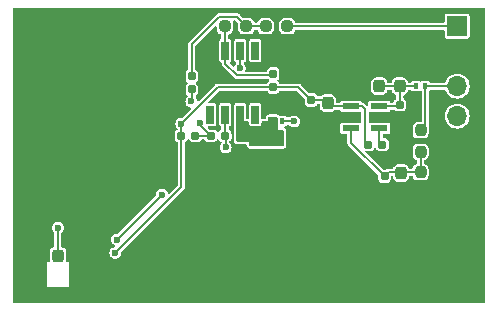
<source format=gbr>
%TF.GenerationSoftware,KiCad,Pcbnew,7.0.10*%
%TF.CreationDate,2024-02-25T20:31:22-06:00*%
%TF.ProjectId,IFBoard,4946426f-6172-4642-9e6b-696361645f70,rev?*%
%TF.SameCoordinates,Original*%
%TF.FileFunction,Copper,L1,Top*%
%TF.FilePolarity,Positive*%
%FSLAX46Y46*%
G04 Gerber Fmt 4.6, Leading zero omitted, Abs format (unit mm)*
G04 Created by KiCad (PCBNEW 7.0.10) date 2024-02-25 20:31:22*
%MOMM*%
%LPD*%
G01*
G04 APERTURE LIST*
G04 Aperture macros list*
%AMRoundRect*
0 Rectangle with rounded corners*
0 $1 Rounding radius*
0 $2 $3 $4 $5 $6 $7 $8 $9 X,Y pos of 4 corners*
0 Add a 4 corners polygon primitive as box body*
4,1,4,$2,$3,$4,$5,$6,$7,$8,$9,$2,$3,0*
0 Add four circle primitives for the rounded corners*
1,1,$1+$1,$2,$3*
1,1,$1+$1,$4,$5*
1,1,$1+$1,$6,$7*
1,1,$1+$1,$8,$9*
0 Add four rect primitives between the rounded corners*
20,1,$1+$1,$2,$3,$4,$5,0*
20,1,$1+$1,$4,$5,$6,$7,0*
20,1,$1+$1,$6,$7,$8,$9,0*
20,1,$1+$1,$8,$9,$2,$3,0*%
G04 Aperture macros list end*
%TA.AperFunction,SMDPad,CuDef*%
%ADD10R,0.400000X0.500000*%
%TD*%
%TA.AperFunction,SMDPad,CuDef*%
%ADD11R,1.473200X0.558800*%
%TD*%
%TA.AperFunction,SMDPad,CuDef*%
%ADD12RoundRect,0.237500X-0.237500X0.300000X-0.237500X-0.300000X0.237500X-0.300000X0.237500X0.300000X0*%
%TD*%
%TA.AperFunction,SMDPad,CuDef*%
%ADD13RoundRect,0.155000X-0.155000X0.212500X-0.155000X-0.212500X0.155000X-0.212500X0.155000X0.212500X0*%
%TD*%
%TA.AperFunction,SMDPad,CuDef*%
%ADD14RoundRect,0.237500X0.250000X0.237500X-0.250000X0.237500X-0.250000X-0.237500X0.250000X-0.237500X0*%
%TD*%
%TA.AperFunction,SMDPad,CuDef*%
%ADD15RoundRect,0.160000X0.197500X0.160000X-0.197500X0.160000X-0.197500X-0.160000X0.197500X-0.160000X0*%
%TD*%
%TA.AperFunction,SMDPad,CuDef*%
%ADD16RoundRect,0.237500X-0.237500X0.250000X-0.237500X-0.250000X0.237500X-0.250000X0.237500X0.250000X0*%
%TD*%
%TA.AperFunction,ComponentPad*%
%ADD17R,1.700000X1.700000*%
%TD*%
%TA.AperFunction,ComponentPad*%
%ADD18O,1.700000X1.700000*%
%TD*%
%TA.AperFunction,SMDPad,CuDef*%
%ADD19RoundRect,0.237500X0.237500X-0.300000X0.237500X0.300000X-0.237500X0.300000X-0.237500X-0.300000X0*%
%TD*%
%TA.AperFunction,SMDPad,CuDef*%
%ADD20RoundRect,0.250000X-0.250000X0.275000X-0.250000X-0.275000X0.250000X-0.275000X0.250000X0.275000X0*%
%TD*%
%TA.AperFunction,SMDPad,CuDef*%
%ADD21RoundRect,0.250000X-0.275000X0.850000X-0.275000X-0.850000X0.275000X-0.850000X0.275000X0.850000X0*%
%TD*%
%TA.AperFunction,SMDPad,CuDef*%
%ADD22R,0.650000X1.526000*%
%TD*%
%TA.AperFunction,ViaPad*%
%ADD23C,0.800000*%
%TD*%
%TA.AperFunction,ViaPad*%
%ADD24C,0.600000*%
%TD*%
%TA.AperFunction,Conductor*%
%ADD25C,0.200000*%
%TD*%
G04 APERTURE END LIST*
D10*
%TO.P,FB1,1,1*%
%TO.N,Net-(IC1-+VS)*%
X134100000Y-110400000D03*
%TO.P,FB1,2,2*%
%TO.N,+3V3*%
X134900000Y-110400000D03*
%TD*%
D11*
%TO.P,IC1,1,VOUT*%
%TO.N,/VREF*%
X128606200Y-112110200D03*
%TO.P,IC1,2,-VS*%
%TO.N,GND*%
X128606200Y-113050000D03*
%TO.P,IC1,3,+IN*%
%TO.N,Net-(IC1-+IN)*%
X128606200Y-113989800D03*
%TO.P,IC1,4,-IN*%
%TO.N,Net-(IC1--IN)*%
X130993800Y-113989800D03*
%TO.P,IC1,5,+VS*%
%TO.N,Net-(IC1-+VS)*%
X130993800Y-112110200D03*
%TD*%
D12*
%TO.P,C10,1*%
%TO.N,Net-(IC2-V+)*%
X120595000Y-114794500D03*
%TO.P,C10,2*%
%TO.N,GND*%
X120595000Y-116519500D03*
%TD*%
D13*
%TO.P,C14,1*%
%TO.N,Net-(IC2-+IN)*%
X122030000Y-109356500D03*
%TO.P,C14,2*%
%TO.N,/VREF*%
X122030000Y-110491500D03*
%TD*%
D14*
%TO.P,R5,1*%
%TO.N,Net-(C15-Pad1)*%
X119760000Y-105324000D03*
%TO.P,R5,2*%
%TO.N,Net-(IC2-+IN)*%
X117935000Y-105324000D03*
%TD*%
D13*
%TO.P,C5,1*%
%TO.N,Net-(IC1-+VS)*%
X132750000Y-111982500D03*
%TO.P,C5,2*%
%TO.N,GND*%
X132750000Y-113117500D03*
%TD*%
%TO.P,C7,1*%
%TO.N,/VREF*%
X125250000Y-111582500D03*
%TO.P,C7,2*%
%TO.N,GND*%
X125250000Y-112717500D03*
%TD*%
D15*
%TO.P,R3,1*%
%TO.N,Net-(IC1--IN)*%
X131247500Y-115350000D03*
%TO.P,R3,2*%
%TO.N,/VREF*%
X130052500Y-115350000D03*
%TD*%
%TO.P,R7,1*%
%TO.N,Net-(IC2--IN)*%
X115442500Y-114612000D03*
%TO.P,R7,2*%
%TO.N,/VREF*%
X114247500Y-114612000D03*
%TD*%
D16*
%TO.P,R1,1*%
%TO.N,Net-(IC1-+IN)*%
X134500000Y-117687500D03*
%TO.P,R1,2*%
%TO.N,GND*%
X134500000Y-119512500D03*
%TD*%
D13*
%TO.P,C15,1*%
%TO.N,Net-(C15-Pad1)*%
X115130000Y-109556500D03*
%TO.P,C15,2*%
%TO.N,/LPF1OUT*%
X115130000Y-110691500D03*
%TD*%
D17*
%TO.P,J1,1,Pin_1*%
%TO.N,/IF_IN*%
X137600000Y-105325000D03*
D18*
%TO.P,J1,2,Pin_2*%
%TO.N,GND*%
X137600000Y-107865000D03*
%TO.P,J1,3,Pin_3*%
%TO.N,+3V3*%
X137600000Y-110405000D03*
%TO.P,J1,4,Pin_4*%
%TO.N,unconnected-(J1-Pin_4-Pad4)*%
X137600000Y-112945000D03*
%TO.P,J1,5,Pin_5*%
%TO.N,GND*%
X137600000Y-115485000D03*
%TD*%
D13*
%TO.P,C2,1*%
%TO.N,Net-(IC1-+IN)*%
X131450000Y-118056786D03*
%TO.P,C2,2*%
%TO.N,GND*%
X131450000Y-119191786D03*
%TD*%
D12*
%TO.P,C9,1*%
%TO.N,Net-(IC2-V+)*%
X122295000Y-114799500D03*
%TO.P,C9,2*%
%TO.N,GND*%
X122295000Y-116524500D03*
%TD*%
D16*
%TO.P,R2,1*%
%TO.N,+3V3*%
X134500000Y-114137500D03*
%TO.P,R2,2*%
%TO.N,Net-(IC1-+IN)*%
X134500000Y-115962500D03*
%TD*%
D19*
%TO.P,C3,1*%
%TO.N,Net-(IC1-+VS)*%
X132750000Y-110412500D03*
%TO.P,C3,2*%
%TO.N,GND*%
X132750000Y-108687500D03*
%TD*%
%TO.P,C4,1*%
%TO.N,Net-(IC1-+VS)*%
X131000000Y-110412500D03*
%TO.P,C4,2*%
%TO.N,GND*%
X131000000Y-108687500D03*
%TD*%
D20*
%TO.P,J2,1,In*%
%TO.N,/IF_FILT_OUT*%
X103800000Y-124750000D03*
D21*
%TO.P,J2,2,Ext*%
%TO.N,GND*%
X105275000Y-126275000D03*
X102325000Y-126275000D03*
%TD*%
D15*
%TO.P,R6,1*%
%TO.N,/LPF1OUT*%
X117942500Y-114612000D03*
%TO.P,R6,2*%
%TO.N,Net-(IC2--IN)*%
X116747500Y-114612000D03*
%TD*%
D13*
%TO.P,C8,1*%
%TO.N,Net-(IC2-V+)*%
X119245000Y-114539500D03*
%TO.P,C8,2*%
%TO.N,GND*%
X119245000Y-115674500D03*
%TD*%
D14*
%TO.P,R4,1*%
%TO.N,/IF_IN*%
X123210000Y-105324000D03*
%TO.P,R4,2*%
%TO.N,Net-(C15-Pad1)*%
X121385000Y-105324000D03*
%TD*%
D22*
%TO.P,IC2,1,NC_1*%
%TO.N,unconnected-(IC2-NC_1-Pad1)*%
X120500000Y-107400000D03*
%TO.P,IC2,2,-IN*%
%TO.N,Net-(IC2--IN)*%
X119230000Y-107400000D03*
%TO.P,IC2,3,+IN*%
%TO.N,Net-(IC2-+IN)*%
X117960000Y-107400000D03*
%TO.P,IC2,4,V-*%
%TO.N,GND*%
X116690000Y-107400000D03*
%TO.P,IC2,5,NC_2*%
%TO.N,unconnected-(IC2-NC_2-Pad5)*%
X116690000Y-112824000D03*
%TO.P,IC2,6,OUT*%
%TO.N,/LPF1OUT*%
X117960000Y-112824000D03*
%TO.P,IC2,7,V+*%
%TO.N,Net-(IC2-V+)*%
X119230000Y-112824000D03*
%TO.P,IC2,8,NC_3*%
%TO.N,unconnected-(IC2-NC_3-Pad8)*%
X120500000Y-112824000D03*
%TD*%
D12*
%TO.P,C1,1*%
%TO.N,Net-(IC1-+IN)*%
X132850000Y-117761786D03*
%TO.P,C1,2*%
%TO.N,GND*%
X132850000Y-119486786D03*
%TD*%
D10*
%TO.P,FB2,1,1*%
%TO.N,Net-(IC2-V+)*%
X121995000Y-113362000D03*
%TO.P,FB2,2,2*%
%TO.N,+3V3*%
X122795000Y-113362000D03*
%TD*%
D12*
%TO.P,C6,1*%
%TO.N,/VREF*%
X126650000Y-111837500D03*
%TO.P,C6,2*%
%TO.N,GND*%
X126650000Y-113562500D03*
%TD*%
D23*
%TO.N,GND*%
X127400000Y-126800000D03*
D24*
X104000000Y-106000000D03*
X128400000Y-119800000D03*
D23*
X123400000Y-125800000D03*
D24*
X134000000Y-126000000D03*
X102000000Y-110000000D03*
X124400000Y-125800000D03*
D23*
X125400000Y-123800000D03*
D24*
X124400000Y-119800000D03*
D23*
X128400000Y-120800000D03*
D24*
X104000000Y-108000000D03*
D23*
X127400000Y-123800000D03*
D24*
X138000000Y-124000000D03*
X102000000Y-106000000D03*
X116600000Y-109100000D03*
D23*
X125400000Y-121800000D03*
X128400000Y-118800000D03*
D24*
X104000000Y-110000000D03*
X111000000Y-114000000D03*
X132000000Y-122000000D03*
X127400000Y-125800000D03*
D23*
X129400000Y-124800000D03*
X126400000Y-126800000D03*
D24*
X121000000Y-122000000D03*
D23*
X124400000Y-118800000D03*
X127400000Y-122800000D03*
D24*
X109000000Y-116000000D03*
X106000000Y-108000000D03*
X108000000Y-108000000D03*
X108000000Y-110000000D03*
X113000000Y-110000000D03*
D23*
X123400000Y-120800000D03*
X124400000Y-124800000D03*
D24*
X121000000Y-120000000D03*
X125400000Y-119800000D03*
X106000000Y-106000000D03*
X132000000Y-124000000D03*
X121000000Y-124000000D03*
X110000000Y-106000000D03*
X112000000Y-106000000D03*
X102000000Y-112000000D03*
X127400000Y-119800000D03*
X117000000Y-124000000D03*
D23*
X125400000Y-126800000D03*
D24*
X104000000Y-112000000D03*
X110000000Y-108000000D03*
D23*
X129400000Y-119800000D03*
D24*
X115000000Y-124000000D03*
X126400000Y-124800000D03*
X138000000Y-122000000D03*
X127400000Y-120800000D03*
D23*
X129400000Y-125800000D03*
D24*
X119000000Y-124000000D03*
X126400000Y-122800000D03*
D23*
X128400000Y-124800000D03*
X123400000Y-126800000D03*
D24*
X116600000Y-109900000D03*
X111000000Y-112000000D03*
X111000000Y-116000000D03*
X113000000Y-114000000D03*
D23*
X129400000Y-126800000D03*
X123400000Y-124800000D03*
X126400000Y-118800000D03*
D24*
X106000000Y-112000000D03*
X117500000Y-109100000D03*
X126400000Y-123800000D03*
D23*
X124400000Y-126800000D03*
D24*
X136000000Y-126000000D03*
D23*
X127400000Y-121800000D03*
D24*
X134000000Y-124000000D03*
X126400000Y-121800000D03*
X126400000Y-125800000D03*
X121000000Y-126000000D03*
X109000000Y-114000000D03*
D23*
X123400000Y-118800000D03*
D24*
X132000000Y-126000000D03*
D23*
X127400000Y-118800000D03*
X125400000Y-118800000D03*
D24*
X127400000Y-124800000D03*
X102200000Y-126200000D03*
X138000000Y-126000000D03*
X134000000Y-122000000D03*
X125400000Y-124800000D03*
X136000000Y-122000000D03*
D23*
X124400000Y-120800000D03*
D24*
X105400000Y-126200000D03*
X128400000Y-125800000D03*
X113000000Y-112000000D03*
D23*
X128400000Y-126800000D03*
D24*
X111000000Y-124000000D03*
D23*
X123400000Y-119800000D03*
D24*
X106000000Y-110000000D03*
X126400000Y-120800000D03*
X113000000Y-124000000D03*
X108000000Y-106000000D03*
D23*
X125400000Y-122800000D03*
X129400000Y-118800000D03*
D24*
X126400000Y-119800000D03*
X102000000Y-108000000D03*
X125400000Y-120800000D03*
D23*
X129400000Y-120800000D03*
D24*
X136000000Y-124000000D03*
X113000000Y-116000000D03*
X125400000Y-125800000D03*
%TO.N,/VREF*%
X108660000Y-124530000D03*
X114247500Y-113578500D03*
%TO.N,/LPF1OUT*%
X115100000Y-111700000D03*
X118000000Y-115600000D03*
%TO.N,/IF_FILT_OUT*%
X103800000Y-122400000D03*
%TO.N,+3V3*%
X123800000Y-113400000D03*
%TO.N,Net-(IC2--IN)*%
X119200000Y-108900000D03*
X115800000Y-113500000D03*
%TO.N,Net-(IC3--IN)*%
X112600000Y-119600000D03*
X108800000Y-123400000D03*
%TD*%
D25*
%TO.N,Net-(IC1-+IN)*%
X131819286Y-117687500D02*
X131450000Y-118056786D01*
X128606200Y-115212986D02*
X131450000Y-118056786D01*
X134500000Y-115962500D02*
X134500000Y-117687500D01*
X128606200Y-113989800D02*
X128606200Y-115212986D01*
X134500000Y-117687500D02*
X131819286Y-117687500D01*
%TO.N,Net-(IC1-+VS)*%
X131012500Y-110400000D02*
X131000000Y-110412500D01*
X130993800Y-112110200D02*
X132622300Y-112110200D01*
X134100000Y-110400000D02*
X131012500Y-110400000D01*
X132750000Y-110412500D02*
X132750000Y-111982500D01*
X132622300Y-112110200D02*
X132750000Y-111982500D01*
%TO.N,/VREF*%
X129800000Y-115097500D02*
X130052500Y-115350000D01*
X125250000Y-111582500D02*
X126395000Y-111582500D01*
X114247500Y-114612000D02*
X114247500Y-113578500D01*
X126912500Y-112100000D02*
X128596000Y-112100000D01*
X122030000Y-110491500D02*
X124159000Y-110491500D01*
X108660000Y-124530000D02*
X114247500Y-118942500D01*
X126395000Y-111582500D02*
X126650000Y-111837500D01*
X128596000Y-112100000D02*
X128606200Y-112110200D01*
X124159000Y-110491500D02*
X125250000Y-111582500D01*
X129800000Y-112367400D02*
X129800000Y-115097500D01*
X114247500Y-118942500D02*
X114247500Y-114612000D01*
X129542800Y-112110200D02*
X129800000Y-112367400D01*
X126650000Y-111837500D02*
X126912500Y-112100000D01*
X128606200Y-112110200D02*
X129542800Y-112110200D01*
X114247500Y-113578500D02*
X117334500Y-110491500D01*
X117334500Y-110491500D02*
X122030000Y-110491500D01*
%TO.N,Net-(IC2-+IN)*%
X118951471Y-109500000D02*
X117960000Y-108508529D01*
X122030000Y-109356500D02*
X121886500Y-109500000D01*
X117960000Y-108508529D02*
X117960000Y-107400000D01*
X117935000Y-107375000D02*
X117960000Y-107400000D01*
X117935000Y-105324000D02*
X117935000Y-107375000D01*
X121886500Y-109500000D02*
X118951471Y-109500000D01*
%TO.N,Net-(C15-Pad1)*%
X121385000Y-105324000D02*
X119760000Y-105324000D01*
X115130000Y-109556500D02*
X115130000Y-106874778D01*
X117455778Y-104549000D02*
X118985000Y-104549000D01*
X115130000Y-106874778D02*
X117455778Y-104549000D01*
X118985000Y-104549000D02*
X119760000Y-105324000D01*
%TO.N,/LPF1OUT*%
X118000000Y-114669500D02*
X117942500Y-114612000D01*
X115130000Y-111670000D02*
X115100000Y-111700000D01*
X117942500Y-112841500D02*
X117960000Y-112824000D01*
X118000000Y-115600000D02*
X118000000Y-114669500D01*
X115130000Y-110691500D02*
X115130000Y-111670000D01*
X117942500Y-114612000D02*
X117942500Y-112841500D01*
%TO.N,/IF_FILT_OUT*%
X103800000Y-122400000D02*
X103800000Y-124750000D01*
%TO.N,+3V3*%
X134900000Y-113737500D02*
X134900000Y-110400000D01*
X122795000Y-113362000D02*
X123762000Y-113362000D01*
X134500000Y-114137500D02*
X134900000Y-113737500D01*
X134905000Y-110405000D02*
X134900000Y-110400000D01*
X123762000Y-113362000D02*
X123800000Y-113400000D01*
X137600000Y-110405000D02*
X134905000Y-110405000D01*
%TO.N,Net-(IC1--IN)*%
X130993800Y-113989800D02*
X130993800Y-115096300D01*
X130993800Y-115096300D02*
X131247500Y-115350000D01*
%TO.N,Net-(IC2--IN)*%
X119230000Y-108870000D02*
X119200000Y-108900000D01*
X119230000Y-107400000D02*
X119230000Y-108870000D01*
X115800000Y-113500000D02*
X115800000Y-113664500D01*
X115800000Y-113664500D02*
X116747500Y-114612000D01*
X116747500Y-114612000D02*
X115442500Y-114612000D01*
X115500000Y-114554500D02*
X115442500Y-114612000D01*
%TO.N,Net-(IC3--IN)*%
X108800000Y-123400000D02*
X112600000Y-119600000D01*
%TO.N,/IF_IN*%
X123211000Y-105325000D02*
X123210000Y-105324000D01*
X137600000Y-105325000D02*
X123211000Y-105325000D01*
%TD*%
%TA.AperFunction,Conductor*%
%TO.N,Net-(IC2-V+)*%
G36*
X122362708Y-113020822D02*
G01*
X122393148Y-113073545D01*
X122394500Y-113089000D01*
X122394500Y-113631749D01*
X122398290Y-113650800D01*
X122400000Y-113668164D01*
X122400000Y-114100000D01*
X122811000Y-114100000D01*
X122868208Y-114120822D01*
X122898648Y-114173545D01*
X122900000Y-114189000D01*
X122900000Y-115411000D01*
X122879178Y-115468208D01*
X122826455Y-115498648D01*
X122811000Y-115500000D01*
X120089000Y-115500000D01*
X120031792Y-115479178D01*
X120001352Y-115426455D01*
X120000000Y-115411000D01*
X120000000Y-115100001D01*
X120000000Y-115100000D01*
X119999999Y-115100000D01*
X118989000Y-115100000D01*
X118931792Y-115079178D01*
X118901352Y-115026455D01*
X118900000Y-115011000D01*
X118900000Y-113489000D01*
X118920822Y-113431792D01*
X118973545Y-113401352D01*
X118989000Y-113400000D01*
X119885500Y-113400000D01*
X119942708Y-113420822D01*
X119973148Y-113473545D01*
X119974500Y-113489000D01*
X119974500Y-113606752D01*
X119986132Y-113665231D01*
X120030445Y-113731548D01*
X120030448Y-113731552D01*
X120030451Y-113731554D01*
X120096768Y-113775867D01*
X120153690Y-113787189D01*
X120155252Y-113787500D01*
X120155256Y-113787500D01*
X120844744Y-113787500D01*
X120844748Y-113787500D01*
X120903231Y-113775867D01*
X120969552Y-113731552D01*
X121013867Y-113665231D01*
X121025500Y-113606748D01*
X121025500Y-113489000D01*
X121046322Y-113431792D01*
X121099045Y-113401352D01*
X121114500Y-113400000D01*
X121599999Y-113400000D01*
X121600000Y-113400000D01*
X121600000Y-113089000D01*
X121620822Y-113031792D01*
X121673545Y-113001352D01*
X121689000Y-113000000D01*
X122305500Y-113000000D01*
X122362708Y-113020822D01*
G37*
%TD.AperFunction*%
%TD*%
%TA.AperFunction,Conductor*%
%TO.N,GND*%
G36*
X117209048Y-105324710D02*
G01*
X117243967Y-105374580D01*
X117247000Y-105397615D01*
X117247000Y-105614263D01*
X117249773Y-105643843D01*
X117249774Y-105643848D01*
X117249775Y-105643849D01*
X117293384Y-105768475D01*
X117371789Y-105874711D01*
X117478025Y-105953116D01*
X117574896Y-105987013D01*
X117622015Y-106025559D01*
X117634500Y-106071017D01*
X117634500Y-106359630D01*
X117613678Y-106416838D01*
X117562866Y-106446919D01*
X117556770Y-106448131D01*
X117556769Y-106448131D01*
X117490451Y-106492445D01*
X117490445Y-106492451D01*
X117446132Y-106558768D01*
X117434500Y-106617247D01*
X117434500Y-108182752D01*
X117446132Y-108241231D01*
X117490445Y-108307548D01*
X117490448Y-108307552D01*
X117490451Y-108307554D01*
X117556768Y-108351867D01*
X117577045Y-108355900D01*
X117587753Y-108358030D01*
X117639800Y-108389612D01*
X117659370Y-108447260D01*
X117657498Y-108458008D01*
X117658366Y-108458129D01*
X117657226Y-108466293D01*
X117659405Y-108513408D01*
X117659500Y-108517518D01*
X117659500Y-108536377D01*
X117659650Y-108537177D01*
X117661069Y-108549414D01*
X117662415Y-108578522D01*
X117662415Y-108578523D01*
X117666853Y-108588575D01*
X117672919Y-108608161D01*
X117674938Y-108618961D01*
X117690274Y-108643730D01*
X117696020Y-108654630D01*
X117707794Y-108681294D01*
X117707795Y-108681295D01*
X117715564Y-108689065D01*
X117728296Y-108705140D01*
X117734077Y-108714476D01*
X117734081Y-108714481D01*
X117757328Y-108732036D01*
X117766627Y-108740127D01*
X118694060Y-109667560D01*
X118701748Y-109678244D01*
X118702542Y-109677646D01*
X118707511Y-109684226D01*
X118742367Y-109716002D01*
X118745338Y-109718839D01*
X118758669Y-109732170D01*
X118758673Y-109732173D01*
X118758674Y-109732174D01*
X118759344Y-109732633D01*
X118768997Y-109740279D01*
X118790538Y-109759916D01*
X118800784Y-109763885D01*
X118818929Y-109773449D01*
X118826198Y-109778429D01*
X118827990Y-109779656D01*
X118827993Y-109779658D01*
X118856353Y-109786328D01*
X118868124Y-109789973D01*
X118895298Y-109800500D01*
X118906282Y-109800500D01*
X118926658Y-109802864D01*
X118929940Y-109803635D01*
X118937352Y-109805379D01*
X118937353Y-109805378D01*
X118937354Y-109805379D01*
X118966205Y-109801354D01*
X118978502Y-109800500D01*
X121566881Y-109800500D01*
X121624089Y-109821322D01*
X121629814Y-109826567D01*
X121664314Y-109861067D01*
X121690042Y-109916243D01*
X121674286Y-109975048D01*
X121664314Y-109986932D01*
X121581676Y-110069570D01*
X121568782Y-110095945D01*
X121546711Y-110141090D01*
X121502881Y-110183339D01*
X121466756Y-110191000D01*
X117398034Y-110191000D01*
X117385037Y-110188881D01*
X117384900Y-110189866D01*
X117376734Y-110188726D01*
X117329620Y-110190905D01*
X117325510Y-110191000D01*
X117306656Y-110191000D01*
X117306653Y-110191000D01*
X117306644Y-110191001D01*
X117305850Y-110191150D01*
X117293616Y-110192569D01*
X117264510Y-110193914D01*
X117264507Y-110193915D01*
X117254448Y-110198356D01*
X117234868Y-110204418D01*
X117224071Y-110206436D01*
X117215337Y-110211844D01*
X117199289Y-110221779D01*
X117188397Y-110227520D01*
X117161738Y-110239292D01*
X117161731Y-110239296D01*
X117153963Y-110247064D01*
X117137893Y-110259793D01*
X117128550Y-110265578D01*
X117128548Y-110265580D01*
X117110987Y-110288833D01*
X117102899Y-110298128D01*
X115743360Y-111657667D01*
X115688184Y-111683395D01*
X115629379Y-111667639D01*
X115594460Y-111617769D01*
X115592333Y-111607400D01*
X115585600Y-111560572D01*
X115585165Y-111557543D01*
X115545104Y-111469822D01*
X115525378Y-111426628D01*
X115525376Y-111426625D01*
X115452357Y-111342357D01*
X115430630Y-111285487D01*
X115450542Y-111227956D01*
X115480529Y-111204119D01*
X115494429Y-111197324D01*
X115578324Y-111113429D01*
X115630433Y-111006840D01*
X115640500Y-110937742D01*
X115640500Y-110445258D01*
X115630433Y-110376160D01*
X115578324Y-110269571D01*
X115495684Y-110186931D01*
X115469957Y-110131757D01*
X115485713Y-110072952D01*
X115495679Y-110061073D01*
X115578324Y-109978429D01*
X115630433Y-109871840D01*
X115640500Y-109802742D01*
X115640500Y-109310258D01*
X115630433Y-109241160D01*
X115578324Y-109134571D01*
X115494429Y-109050676D01*
X115480408Y-109043821D01*
X115438160Y-108999988D01*
X115430500Y-108963866D01*
X115430500Y-107036115D01*
X115451322Y-106978907D01*
X115456567Y-106973182D01*
X117095067Y-105334682D01*
X117150243Y-105308954D01*
X117209048Y-105324710D01*
G37*
%TD.AperFunction*%
%TA.AperFunction,Conductor*%
G36*
X139967708Y-103821322D02*
G01*
X139998148Y-103874045D01*
X139999500Y-103889500D01*
X139999500Y-128710500D01*
X139978678Y-128767708D01*
X139925955Y-128798148D01*
X139910500Y-128799500D01*
X100089500Y-128799500D01*
X100032292Y-128778678D01*
X100001852Y-128725955D01*
X100000500Y-128710500D01*
X100000500Y-127375000D01*
X102850000Y-127375000D01*
X102850001Y-127375000D01*
X104749999Y-127375000D01*
X104750000Y-127375000D01*
X104750000Y-125285000D01*
X104749999Y-125285000D01*
X104561739Y-125285000D01*
X104504531Y-125264178D01*
X104474091Y-125211455D01*
X104477732Y-125166607D01*
X104497646Y-125109699D01*
X104500500Y-125079266D01*
X104500500Y-124530000D01*
X108154353Y-124530000D01*
X108174834Y-124672456D01*
X108234621Y-124803371D01*
X108234623Y-124803374D01*
X108328871Y-124912142D01*
X108328872Y-124912143D01*
X108449947Y-124989953D01*
X108588039Y-125030500D01*
X108588042Y-125030500D01*
X108731958Y-125030500D01*
X108731961Y-125030500D01*
X108870053Y-124989953D01*
X108991128Y-124912143D01*
X109085377Y-124803373D01*
X109145165Y-124672457D01*
X109165647Y-124530000D01*
X109161845Y-124503562D01*
X109174312Y-124443975D01*
X109187002Y-124427967D01*
X114415059Y-119199910D01*
X114425749Y-119192226D01*
X114425146Y-119191428D01*
X114431729Y-119186457D01*
X114433978Y-119183989D01*
X114463523Y-119151579D01*
X114466319Y-119148650D01*
X114479674Y-119135297D01*
X114480129Y-119134632D01*
X114487785Y-119124966D01*
X114507415Y-119103434D01*
X114507414Y-119103434D01*
X114507416Y-119103433D01*
X114511386Y-119093184D01*
X114520950Y-119075039D01*
X114527156Y-119065981D01*
X114533825Y-119037622D01*
X114537468Y-119025854D01*
X114548000Y-118998673D01*
X114548000Y-118987688D01*
X114550364Y-118967311D01*
X114552879Y-118956619D01*
X114548853Y-118927757D01*
X114548000Y-118915462D01*
X114548000Y-115178476D01*
X114568822Y-115121268D01*
X114597909Y-115098520D01*
X114657375Y-115069449D01*
X114742449Y-114984375D01*
X114765042Y-114938159D01*
X114808873Y-114895909D01*
X114869608Y-114891717D01*
X114918828Y-114927546D01*
X114924955Y-114938157D01*
X114947549Y-114984372D01*
X114947550Y-114984373D01*
X114947551Y-114984375D01*
X115032625Y-115069449D01*
X115032626Y-115069449D01*
X115032627Y-115069450D01*
X115140714Y-115122291D01*
X115140718Y-115122292D01*
X115159422Y-115125016D01*
X115210785Y-115132500D01*
X115674214Y-115132499D01*
X115674215Y-115132498D01*
X115674225Y-115132498D01*
X115721447Y-115125618D01*
X115744286Y-115122291D01*
X115852375Y-115069449D01*
X115937449Y-114984375D01*
X115946521Y-114965819D01*
X115948188Y-114962410D01*
X115992021Y-114920161D01*
X116028144Y-114912500D01*
X116161856Y-114912500D01*
X116219064Y-114933322D01*
X116241812Y-114962410D01*
X116252549Y-114984372D01*
X116252550Y-114984373D01*
X116252551Y-114984375D01*
X116337625Y-115069449D01*
X116337626Y-115069449D01*
X116337627Y-115069450D01*
X116445714Y-115122291D01*
X116445718Y-115122292D01*
X116464422Y-115125016D01*
X116515785Y-115132500D01*
X116979214Y-115132499D01*
X116979215Y-115132498D01*
X116979225Y-115132498D01*
X117026447Y-115125618D01*
X117049286Y-115122291D01*
X117157375Y-115069449D01*
X117242449Y-114984375D01*
X117265042Y-114938159D01*
X117308873Y-114895909D01*
X117369608Y-114891717D01*
X117418828Y-114927546D01*
X117424955Y-114938157D01*
X117447549Y-114984372D01*
X117447550Y-114984373D01*
X117447551Y-114984375D01*
X117532625Y-115069449D01*
X117614730Y-115109588D01*
X117656979Y-115153419D01*
X117661170Y-115214154D01*
X117642903Y-115247826D01*
X117574621Y-115326629D01*
X117514834Y-115457543D01*
X117494353Y-115599999D01*
X117494353Y-115600000D01*
X117514834Y-115742456D01*
X117574621Y-115873371D01*
X117574623Y-115873374D01*
X117655972Y-115967256D01*
X117668872Y-115982143D01*
X117789947Y-116059953D01*
X117928039Y-116100500D01*
X117928042Y-116100500D01*
X118071958Y-116100500D01*
X118071961Y-116100500D01*
X118210053Y-116059953D01*
X118331128Y-115982143D01*
X118425377Y-115873373D01*
X118485165Y-115742457D01*
X118505647Y-115600000D01*
X118497626Y-115544215D01*
X118485165Y-115457543D01*
X118425378Y-115326628D01*
X118425375Y-115326625D01*
X118425112Y-115326322D01*
X118380209Y-115274500D01*
X118326960Y-115213046D01*
X118327996Y-115212147D01*
X118301617Y-115164730D01*
X118300500Y-115150672D01*
X118300500Y-115150365D01*
X118321322Y-115093157D01*
X118350415Y-115070406D01*
X118352375Y-115069449D01*
X118410816Y-115011008D01*
X118694500Y-115011008D01*
X118695281Y-115028908D01*
X118696632Y-115044355D01*
X118696635Y-115044367D01*
X118723383Y-115129206D01*
X118753823Y-115181929D01*
X118784680Y-115222665D01*
X118784684Y-115222668D01*
X118812804Y-115240830D01*
X118861507Y-115272285D01*
X118861510Y-115272286D01*
X118861512Y-115272287D01*
X118890891Y-115282980D01*
X118918715Y-115293107D01*
X118989000Y-115305500D01*
X119705500Y-115305500D01*
X119762708Y-115326322D01*
X119793148Y-115379045D01*
X119794500Y-115394500D01*
X119794500Y-115411009D01*
X119795281Y-115428908D01*
X119796632Y-115444355D01*
X119796635Y-115444367D01*
X119823383Y-115529206D01*
X119853823Y-115581929D01*
X119884680Y-115622665D01*
X119884684Y-115622668D01*
X119942089Y-115659744D01*
X119961507Y-115672285D01*
X120018715Y-115693107D01*
X120089000Y-115705500D01*
X120089002Y-115705500D01*
X122811008Y-115705500D01*
X122826919Y-115704804D01*
X122828909Y-115704718D01*
X122833409Y-115704324D01*
X122844355Y-115703367D01*
X122844356Y-115703366D01*
X122844364Y-115703366D01*
X122929206Y-115676616D01*
X122981929Y-115646176D01*
X123022666Y-115615319D01*
X123072285Y-115538493D01*
X123093107Y-115481285D01*
X123105500Y-115411000D01*
X123105500Y-114189000D01*
X123104718Y-114171091D01*
X123103366Y-114155636D01*
X123076616Y-114070794D01*
X123076616Y-114070793D01*
X123046176Y-114018070D01*
X123015319Y-113977334D01*
X123015315Y-113977331D01*
X123004609Y-113970416D01*
X122967851Y-113921887D01*
X122970886Y-113861083D01*
X123012296Y-113816456D01*
X123035533Y-113808365D01*
X123073231Y-113800867D01*
X123139552Y-113756552D01*
X123175968Y-113702053D01*
X123225064Y-113666055D01*
X123249968Y-113662500D01*
X123324557Y-113662500D01*
X123381765Y-113683322D01*
X123391816Y-113693215D01*
X123468872Y-113782143D01*
X123589947Y-113859953D01*
X123728039Y-113900500D01*
X123728042Y-113900500D01*
X123871958Y-113900500D01*
X123871961Y-113900500D01*
X124010053Y-113859953D01*
X124131128Y-113782143D01*
X124225377Y-113673373D01*
X124285165Y-113542457D01*
X124305647Y-113400000D01*
X124292006Y-113305127D01*
X124285165Y-113257543D01*
X124225378Y-113126628D01*
X124225376Y-113126625D01*
X124131128Y-113017857D01*
X124102564Y-112999500D01*
X124010053Y-112940047D01*
X124010051Y-112940046D01*
X124010049Y-112940045D01*
X123871962Y-112899500D01*
X123871961Y-112899500D01*
X123728039Y-112899500D01*
X123728037Y-112899500D01*
X123589950Y-112940045D01*
X123468870Y-113017858D01*
X123457670Y-113030784D01*
X123404470Y-113060382D01*
X123390410Y-113061500D01*
X123249968Y-113061500D01*
X123192760Y-113040678D01*
X123175968Y-113021947D01*
X123139554Y-112967451D01*
X123139552Y-112967448D01*
X123139548Y-112967445D01*
X123073231Y-112923132D01*
X123014752Y-112911500D01*
X123014748Y-112911500D01*
X122579934Y-112911500D01*
X122522726Y-112890678D01*
X122511623Y-112879008D01*
X122509820Y-112877336D01*
X122509819Y-112877334D01*
X122509816Y-112877332D01*
X122509815Y-112877331D01*
X122433000Y-112827719D01*
X122432987Y-112827712D01*
X122375795Y-112806896D01*
X122375785Y-112806893D01*
X122305503Y-112794500D01*
X122305500Y-112794500D01*
X121689000Y-112794500D01*
X121688992Y-112794500D01*
X121671091Y-112795281D01*
X121655644Y-112796632D01*
X121655632Y-112796635D01*
X121570793Y-112823383D01*
X121518070Y-112853823D01*
X121477334Y-112884680D01*
X121477331Y-112884684D01*
X121427719Y-112961499D01*
X121427712Y-112961512D01*
X121406896Y-113018704D01*
X121406893Y-113018714D01*
X121394500Y-113088996D01*
X121394500Y-113105500D01*
X121373678Y-113162708D01*
X121320955Y-113193148D01*
X121305500Y-113194500D01*
X121114500Y-113194500D01*
X121057292Y-113173678D01*
X121026852Y-113120955D01*
X121025500Y-113105500D01*
X121025500Y-112041255D01*
X121025499Y-112041247D01*
X121013867Y-111982768D01*
X120969554Y-111916451D01*
X120969552Y-111916448D01*
X120969548Y-111916445D01*
X120903231Y-111872132D01*
X120844752Y-111860500D01*
X120844748Y-111860500D01*
X120155252Y-111860500D01*
X120155247Y-111860500D01*
X120096768Y-111872132D01*
X120030451Y-111916445D01*
X120030445Y-111916451D01*
X119986132Y-111982768D01*
X119974500Y-112041247D01*
X119974500Y-113105500D01*
X119953678Y-113162708D01*
X119900955Y-113193148D01*
X119885500Y-113194500D01*
X119844500Y-113194500D01*
X119787292Y-113173678D01*
X119756852Y-113120955D01*
X119755500Y-113105500D01*
X119755500Y-112041255D01*
X119755499Y-112041247D01*
X119743867Y-111982768D01*
X119699554Y-111916451D01*
X119699552Y-111916448D01*
X119699548Y-111916445D01*
X119633231Y-111872132D01*
X119574752Y-111860500D01*
X119574748Y-111860500D01*
X118885252Y-111860500D01*
X118885247Y-111860500D01*
X118826768Y-111872132D01*
X118760451Y-111916445D01*
X118760445Y-111916451D01*
X118716132Y-111982768D01*
X118704500Y-112041247D01*
X118704500Y-113424499D01*
X118703148Y-113439954D01*
X118694500Y-113488996D01*
X118694500Y-115011008D01*
X118410816Y-115011008D01*
X118437449Y-114984375D01*
X118490291Y-114876286D01*
X118500500Y-114806215D01*
X118500499Y-114417786D01*
X118500499Y-114417785D01*
X118500498Y-114417774D01*
X118491954Y-114359133D01*
X118490291Y-114347714D01*
X118437449Y-114239625D01*
X118352375Y-114154551D01*
X118352373Y-114154550D01*
X118352372Y-114154549D01*
X118292910Y-114125479D01*
X118250661Y-114081647D01*
X118243000Y-114045523D01*
X118243000Y-113872823D01*
X118263822Y-113815615D01*
X118314637Y-113785533D01*
X118363231Y-113775867D01*
X118366966Y-113773371D01*
X118429552Y-113731552D01*
X118473867Y-113665231D01*
X118485500Y-113606748D01*
X118485500Y-112041252D01*
X118485189Y-112039690D01*
X118473867Y-111982768D01*
X118429554Y-111916451D01*
X118429552Y-111916448D01*
X118429548Y-111916445D01*
X118363231Y-111872132D01*
X118304752Y-111860500D01*
X118304748Y-111860500D01*
X117615252Y-111860500D01*
X117615247Y-111860500D01*
X117556768Y-111872132D01*
X117490451Y-111916445D01*
X117490445Y-111916451D01*
X117446132Y-111982768D01*
X117434500Y-112041247D01*
X117434500Y-113606752D01*
X117446132Y-113665231D01*
X117484571Y-113722757D01*
X117490448Y-113731552D01*
X117490451Y-113731554D01*
X117556768Y-113775867D01*
X117570362Y-113778571D01*
X117622409Y-113810153D01*
X117642000Y-113865861D01*
X117642000Y-114045523D01*
X117621178Y-114102731D01*
X117592090Y-114125479D01*
X117532627Y-114154549D01*
X117447547Y-114239629D01*
X117424956Y-114285841D01*
X117381124Y-114328091D01*
X117320389Y-114332281D01*
X117271170Y-114296452D01*
X117265044Y-114285841D01*
X117242452Y-114239629D01*
X117242449Y-114239626D01*
X117242449Y-114239625D01*
X117157375Y-114154551D01*
X117157373Y-114154550D01*
X117157372Y-114154549D01*
X117049285Y-114101708D01*
X117049281Y-114101707D01*
X116979218Y-114091500D01*
X116979215Y-114091500D01*
X116688837Y-114091500D01*
X116631629Y-114070678D01*
X116625905Y-114065433D01*
X116574239Y-114013767D01*
X116499903Y-113939432D01*
X116474175Y-113884257D01*
X116489931Y-113825452D01*
X116539801Y-113790533D01*
X116562836Y-113787500D01*
X117034744Y-113787500D01*
X117034748Y-113787500D01*
X117093231Y-113775867D01*
X117159552Y-113731552D01*
X117203867Y-113665231D01*
X117215500Y-113606748D01*
X117215500Y-112041252D01*
X117215189Y-112039690D01*
X117203867Y-111982768D01*
X117159554Y-111916451D01*
X117159552Y-111916448D01*
X117159548Y-111916445D01*
X117093231Y-111872132D01*
X117034752Y-111860500D01*
X117034748Y-111860500D01*
X116605337Y-111860500D01*
X116548129Y-111839678D01*
X116517689Y-111786955D01*
X116528261Y-111727000D01*
X116542404Y-111708567D01*
X117432904Y-110818067D01*
X117488080Y-110792339D01*
X117495837Y-110792000D01*
X121466756Y-110792000D01*
X121523964Y-110812822D01*
X121546711Y-110841909D01*
X121581676Y-110913429D01*
X121665571Y-110997324D01*
X121772160Y-111049433D01*
X121772164Y-111049433D01*
X121772165Y-111049434D01*
X121819372Y-111056311D01*
X121841258Y-111059500D01*
X121841265Y-111059500D01*
X122218735Y-111059500D01*
X122218742Y-111059500D01*
X122265954Y-111052621D01*
X122287834Y-111049434D01*
X122287834Y-111049433D01*
X122287840Y-111049433D01*
X122394429Y-110997324D01*
X122478324Y-110913429D01*
X122513288Y-110841909D01*
X122557119Y-110799661D01*
X122593244Y-110792000D01*
X123997663Y-110792000D01*
X124054871Y-110812822D01*
X124060596Y-110818067D01*
X124713433Y-111470904D01*
X124739161Y-111526080D01*
X124739500Y-111533837D01*
X124739500Y-111828747D01*
X124749565Y-111897834D01*
X124749566Y-111897836D01*
X124749567Y-111897840D01*
X124801676Y-112004429D01*
X124885571Y-112088324D01*
X124992160Y-112140433D01*
X124992164Y-112140433D01*
X124992165Y-112140434D01*
X125039372Y-112147311D01*
X125061258Y-112150500D01*
X125061265Y-112150500D01*
X125438735Y-112150500D01*
X125438742Y-112150500D01*
X125485954Y-112143621D01*
X125507834Y-112140434D01*
X125507834Y-112140433D01*
X125507840Y-112140433D01*
X125614429Y-112088324D01*
X125698324Y-112004429D01*
X125733288Y-111932909D01*
X125777119Y-111890661D01*
X125813244Y-111883000D01*
X125885500Y-111883000D01*
X125942708Y-111903822D01*
X125973148Y-111956545D01*
X125974500Y-111972000D01*
X125974500Y-112190263D01*
X125977273Y-112219843D01*
X125977274Y-112219848D01*
X125977275Y-112219849D01*
X125983767Y-112238402D01*
X126004565Y-112297840D01*
X126020884Y-112344475D01*
X126099289Y-112450711D01*
X126205525Y-112529116D01*
X126330151Y-112572725D01*
X126330153Y-112572725D01*
X126330156Y-112572726D01*
X126359737Y-112575500D01*
X126359744Y-112575500D01*
X126940263Y-112575500D01*
X126969843Y-112572726D01*
X126969844Y-112572725D01*
X126969849Y-112572725D01*
X127094475Y-112529116D01*
X127200711Y-112450711D01*
X127211089Y-112436648D01*
X127261814Y-112402985D01*
X127282698Y-112400500D01*
X127594299Y-112400500D01*
X127651507Y-112421322D01*
X127674863Y-112460774D01*
X127677378Y-112459733D01*
X127680731Y-112467830D01*
X127721683Y-112529116D01*
X127725048Y-112534152D01*
X127725051Y-112534154D01*
X127791368Y-112578467D01*
X127848290Y-112589789D01*
X127849852Y-112590100D01*
X127849856Y-112590100D01*
X129362544Y-112590100D01*
X129362548Y-112590100D01*
X129393137Y-112584015D01*
X129453307Y-112593276D01*
X129493448Y-112639047D01*
X129499500Y-112671305D01*
X129499500Y-113428694D01*
X129478678Y-113485902D01*
X129425955Y-113516342D01*
X129393138Y-113515984D01*
X129362554Y-113509901D01*
X129362552Y-113509900D01*
X129362548Y-113509900D01*
X127849852Y-113509900D01*
X127849847Y-113509900D01*
X127791368Y-113521532D01*
X127725051Y-113565845D01*
X127725045Y-113565851D01*
X127680732Y-113632168D01*
X127669100Y-113690647D01*
X127669100Y-114288952D01*
X127680732Y-114347431D01*
X127725045Y-114413748D01*
X127725048Y-114413752D01*
X127725051Y-114413754D01*
X127791368Y-114458067D01*
X127848290Y-114469389D01*
X127849852Y-114469700D01*
X128216700Y-114469700D01*
X128273908Y-114490522D01*
X128304348Y-114543245D01*
X128305700Y-114558700D01*
X128305700Y-115149452D01*
X128303581Y-115162448D01*
X128304566Y-115162586D01*
X128303426Y-115170750D01*
X128305605Y-115217865D01*
X128305700Y-115221975D01*
X128305700Y-115240834D01*
X128305850Y-115241634D01*
X128307269Y-115253871D01*
X128308615Y-115282979D01*
X128308615Y-115282980D01*
X128313053Y-115293032D01*
X128319119Y-115312618D01*
X128321138Y-115323418D01*
X128336474Y-115348187D01*
X128342220Y-115359087D01*
X128353994Y-115385751D01*
X128353995Y-115385752D01*
X128361764Y-115393522D01*
X128374496Y-115409597D01*
X128380277Y-115418933D01*
X128380281Y-115418938D01*
X128403528Y-115436493D01*
X128412827Y-115444584D01*
X130913433Y-117945190D01*
X130939161Y-118000366D01*
X130939500Y-118008123D01*
X130939500Y-118303033D01*
X130949565Y-118372120D01*
X130949566Y-118372122D01*
X130949567Y-118372126D01*
X131001676Y-118478715D01*
X131085571Y-118562610D01*
X131192160Y-118614719D01*
X131192164Y-118614719D01*
X131192165Y-118614720D01*
X131239372Y-118621597D01*
X131261258Y-118624786D01*
X131261265Y-118624786D01*
X131638735Y-118624786D01*
X131638742Y-118624786D01*
X131685954Y-118617907D01*
X131707834Y-118614720D01*
X131707834Y-118614719D01*
X131707840Y-118614719D01*
X131814429Y-118562610D01*
X131898324Y-118478715D01*
X131950433Y-118372126D01*
X131960500Y-118303028D01*
X131960500Y-118077000D01*
X131981322Y-118019792D01*
X132034045Y-117989352D01*
X132049500Y-117988000D01*
X132085500Y-117988000D01*
X132142708Y-118008822D01*
X132173148Y-118061545D01*
X132174500Y-118077000D01*
X132174500Y-118114549D01*
X132177273Y-118144129D01*
X132214567Y-118250710D01*
X132220884Y-118268761D01*
X132299289Y-118374997D01*
X132405525Y-118453402D01*
X132530151Y-118497011D01*
X132530153Y-118497011D01*
X132530156Y-118497012D01*
X132559737Y-118499786D01*
X132559744Y-118499786D01*
X133140263Y-118499786D01*
X133169843Y-118497012D01*
X133169844Y-118497011D01*
X133169849Y-118497011D01*
X133294475Y-118453402D01*
X133400711Y-118374997D01*
X133479116Y-118268761D01*
X133522725Y-118144135D01*
X133522726Y-118144129D01*
X133525500Y-118114549D01*
X133525500Y-118077000D01*
X133546322Y-118019792D01*
X133599045Y-117989352D01*
X133614500Y-117988000D01*
X133752982Y-117988000D01*
X133810190Y-118008822D01*
X133836986Y-118047603D01*
X133870884Y-118144475D01*
X133949289Y-118250711D01*
X134055525Y-118329116D01*
X134180151Y-118372725D01*
X134180153Y-118372725D01*
X134180156Y-118372726D01*
X134209737Y-118375500D01*
X134209744Y-118375500D01*
X134790263Y-118375500D01*
X134819843Y-118372726D01*
X134819844Y-118372725D01*
X134819849Y-118372725D01*
X134944475Y-118329116D01*
X135050711Y-118250711D01*
X135129116Y-118144475D01*
X135172725Y-118019849D01*
X135172726Y-118019843D01*
X135175500Y-117990263D01*
X135175500Y-117384736D01*
X135172726Y-117355156D01*
X135172725Y-117355153D01*
X135172725Y-117355151D01*
X135129116Y-117230525D01*
X135050711Y-117124289D01*
X134944475Y-117045884D01*
X134944472Y-117045883D01*
X134944471Y-117045882D01*
X134860104Y-117016360D01*
X134812984Y-116977812D01*
X134800500Y-116932355D01*
X134800500Y-116717644D01*
X134821322Y-116660436D01*
X134860103Y-116633639D01*
X134944475Y-116604116D01*
X135050711Y-116525711D01*
X135129116Y-116419475D01*
X135172725Y-116294849D01*
X135172726Y-116294843D01*
X135175500Y-116265263D01*
X135175500Y-115659736D01*
X135172726Y-115630156D01*
X135172725Y-115630153D01*
X135172725Y-115630151D01*
X135129116Y-115505525D01*
X135050711Y-115399289D01*
X134944475Y-115320884D01*
X134944473Y-115320883D01*
X134819843Y-115277273D01*
X134790263Y-115274500D01*
X134790256Y-115274500D01*
X134209744Y-115274500D01*
X134209737Y-115274500D01*
X134180156Y-115277273D01*
X134055526Y-115320883D01*
X133949289Y-115399289D01*
X133870883Y-115505526D01*
X133827273Y-115630156D01*
X133824500Y-115659736D01*
X133824500Y-116265263D01*
X133827273Y-116294843D01*
X133827274Y-116294848D01*
X133827275Y-116294849D01*
X133870884Y-116419475D01*
X133949289Y-116525711D01*
X134055525Y-116604116D01*
X134139896Y-116633639D01*
X134187015Y-116672187D01*
X134199500Y-116717644D01*
X134199500Y-116932355D01*
X134178678Y-116989563D01*
X134139896Y-117016360D01*
X134055529Y-117045882D01*
X134055528Y-117045882D01*
X134055525Y-117045883D01*
X134055525Y-117045884D01*
X133949289Y-117124289D01*
X133870883Y-117230526D01*
X133853926Y-117278985D01*
X133836986Y-117327396D01*
X133798439Y-117374516D01*
X133752982Y-117387000D01*
X133588520Y-117387000D01*
X133531312Y-117366178D01*
X133504515Y-117327396D01*
X133479116Y-117254811D01*
X133400711Y-117148575D01*
X133294475Y-117070170D01*
X133294473Y-117070169D01*
X133169843Y-117026559D01*
X133140263Y-117023786D01*
X133140256Y-117023786D01*
X132559744Y-117023786D01*
X132559737Y-117023786D01*
X132530156Y-117026559D01*
X132405526Y-117070169D01*
X132299289Y-117148575D01*
X132220883Y-117254812D01*
X132206743Y-117295220D01*
X132195485Y-117327396D01*
X132156937Y-117374516D01*
X132111480Y-117387000D01*
X131882820Y-117387000D01*
X131869823Y-117384881D01*
X131869686Y-117385866D01*
X131861520Y-117384726D01*
X131814406Y-117386905D01*
X131810296Y-117387000D01*
X131791442Y-117387000D01*
X131791439Y-117387000D01*
X131791430Y-117387001D01*
X131790636Y-117387150D01*
X131778402Y-117388569D01*
X131749296Y-117389914D01*
X131749293Y-117389915D01*
X131739234Y-117394356D01*
X131719654Y-117400418D01*
X131708857Y-117402436D01*
X131694932Y-117411057D01*
X131684075Y-117417779D01*
X131673183Y-117423520D01*
X131646524Y-117435292D01*
X131646517Y-117435296D01*
X131638748Y-117443065D01*
X131622680Y-117455793D01*
X131613335Y-117461580D01*
X131608972Y-117465558D01*
X131552667Y-117488711D01*
X131549013Y-117488786D01*
X131343837Y-117488786D01*
X131286629Y-117467964D01*
X131280904Y-117462719D01*
X129840617Y-116022432D01*
X129814889Y-115967256D01*
X129830645Y-115908451D01*
X129880515Y-115873532D01*
X129903543Y-115870499D01*
X130284214Y-115870499D01*
X130284225Y-115870498D01*
X130331447Y-115863618D01*
X130354286Y-115860291D01*
X130462375Y-115807449D01*
X130547449Y-115722375D01*
X130570042Y-115676159D01*
X130613873Y-115633909D01*
X130674608Y-115629717D01*
X130723828Y-115665546D01*
X130729955Y-115676157D01*
X130752549Y-115722372D01*
X130752550Y-115722373D01*
X130752551Y-115722375D01*
X130837625Y-115807449D01*
X130837626Y-115807449D01*
X130837627Y-115807450D01*
X130945714Y-115860291D01*
X130945718Y-115860292D01*
X130964422Y-115863016D01*
X131015785Y-115870500D01*
X131479214Y-115870499D01*
X131479215Y-115870498D01*
X131479225Y-115870498D01*
X131526447Y-115863618D01*
X131549286Y-115860291D01*
X131657375Y-115807449D01*
X131742449Y-115722375D01*
X131795291Y-115614286D01*
X131797373Y-115600000D01*
X131800005Y-115581929D01*
X131805500Y-115544215D01*
X131805499Y-115155786D01*
X131805498Y-115155778D01*
X131805498Y-115155774D01*
X131795291Y-115085715D01*
X131787807Y-115070405D01*
X131742449Y-114977625D01*
X131657375Y-114892551D01*
X131657373Y-114892550D01*
X131657372Y-114892549D01*
X131549285Y-114839708D01*
X131549281Y-114839707D01*
X131479218Y-114829500D01*
X131479215Y-114829500D01*
X131383300Y-114829500D01*
X131326092Y-114808678D01*
X131295652Y-114755955D01*
X131294300Y-114740500D01*
X131294300Y-114558700D01*
X131315122Y-114501492D01*
X131367845Y-114471052D01*
X131383300Y-114469700D01*
X131750144Y-114469700D01*
X131750148Y-114469700D01*
X131808631Y-114458067D01*
X131874952Y-114413752D01*
X131919267Y-114347431D01*
X131930900Y-114288948D01*
X131930900Y-113690652D01*
X131926007Y-113666055D01*
X131919267Y-113632168D01*
X131874954Y-113565851D01*
X131874952Y-113565848D01*
X131854322Y-113552063D01*
X131808631Y-113521532D01*
X131750152Y-113509900D01*
X131750148Y-113509900D01*
X130237452Y-113509900D01*
X130237448Y-113509900D01*
X130237445Y-113509901D01*
X130206862Y-113515984D01*
X130146691Y-113506722D01*
X130106551Y-113460950D01*
X130100500Y-113428694D01*
X130100500Y-112671305D01*
X130121322Y-112614097D01*
X130174045Y-112583657D01*
X130206860Y-112584014D01*
X130237452Y-112590100D01*
X130237456Y-112590100D01*
X131750144Y-112590100D01*
X131750148Y-112590100D01*
X131808631Y-112578467D01*
X131874952Y-112534152D01*
X131919267Y-112467831D01*
X131919267Y-112467830D01*
X131920175Y-112465640D01*
X131922230Y-112463397D01*
X131924138Y-112460542D01*
X131924577Y-112460835D01*
X131961305Y-112420756D01*
X132002400Y-112410700D01*
X132271081Y-112410700D01*
X132328289Y-112431522D01*
X132334013Y-112436767D01*
X132360644Y-112463397D01*
X132385571Y-112488324D01*
X132492160Y-112540433D01*
X132492164Y-112540433D01*
X132492165Y-112540434D01*
X132539372Y-112547311D01*
X132561258Y-112550500D01*
X132561265Y-112550500D01*
X132938735Y-112550500D01*
X132938742Y-112550500D01*
X132985954Y-112543621D01*
X133007834Y-112540434D01*
X133007834Y-112540433D01*
X133007840Y-112540433D01*
X133114429Y-112488324D01*
X133198324Y-112404429D01*
X133250433Y-112297840D01*
X133260500Y-112228742D01*
X133260500Y-111736258D01*
X133255217Y-111699999D01*
X133250434Y-111667165D01*
X133250433Y-111667163D01*
X133250433Y-111667160D01*
X133198324Y-111560571D01*
X133114429Y-111476676D01*
X133100408Y-111469821D01*
X133058160Y-111425988D01*
X133050500Y-111389866D01*
X133050500Y-111217644D01*
X133071322Y-111160436D01*
X133110103Y-111133639D01*
X133194475Y-111104116D01*
X133300711Y-111025711D01*
X133379116Y-110919475D01*
X133422725Y-110794849D01*
X133422754Y-110794548D01*
X133424006Y-110781192D01*
X133450077Y-110726178D01*
X133505411Y-110700792D01*
X133512617Y-110700500D01*
X133645032Y-110700500D01*
X133702240Y-110721322D01*
X133719032Y-110740053D01*
X133753969Y-110792339D01*
X133755448Y-110794552D01*
X133755451Y-110794554D01*
X133821768Y-110838867D01*
X133860917Y-110846654D01*
X133880252Y-110850500D01*
X133880256Y-110850500D01*
X134319744Y-110850500D01*
X134319748Y-110850500D01*
X134378231Y-110838867D01*
X134444552Y-110794552D01*
X134444552Y-110794551D01*
X134450553Y-110790542D01*
X134509688Y-110776071D01*
X134549446Y-110790542D01*
X134559946Y-110797558D01*
X134595945Y-110846654D01*
X134599500Y-110871558D01*
X134599500Y-113360500D01*
X134578678Y-113417708D01*
X134525955Y-113448148D01*
X134510500Y-113449500D01*
X134209737Y-113449500D01*
X134180156Y-113452273D01*
X134055526Y-113495883D01*
X133949289Y-113574289D01*
X133870883Y-113680526D01*
X133827273Y-113805156D01*
X133824500Y-113834736D01*
X133824500Y-114440263D01*
X133827273Y-114469843D01*
X133858365Y-114558700D01*
X133870884Y-114594475D01*
X133949289Y-114700711D01*
X134055525Y-114779116D01*
X134180151Y-114822725D01*
X134180153Y-114822725D01*
X134180156Y-114822726D01*
X134209737Y-114825500D01*
X134209744Y-114825500D01*
X134790263Y-114825500D01*
X134819843Y-114822726D01*
X134819844Y-114822725D01*
X134819849Y-114822725D01*
X134944475Y-114779116D01*
X135050711Y-114700711D01*
X135129116Y-114594475D01*
X135172725Y-114469849D01*
X135172739Y-114469700D01*
X135175500Y-114440263D01*
X135175500Y-113888976D01*
X135177864Y-113868601D01*
X135181799Y-113851871D01*
X135186325Y-113832622D01*
X135189968Y-113820854D01*
X135200500Y-113793673D01*
X135200500Y-113782688D01*
X135202864Y-113762311D01*
X135204218Y-113756554D01*
X135205379Y-113751619D01*
X135201353Y-113722757D01*
X135200500Y-113710462D01*
X135200500Y-112945003D01*
X136544417Y-112945003D01*
X136564698Y-113150926D01*
X136564700Y-113150934D01*
X136624766Y-113348950D01*
X136624767Y-113348953D01*
X136624768Y-113348954D01*
X136722315Y-113531450D01*
X136853590Y-113691410D01*
X137013550Y-113822685D01*
X137196046Y-113920232D01*
X137394066Y-113980300D01*
X137394070Y-113980300D01*
X137394073Y-113980301D01*
X137599996Y-114000583D01*
X137600000Y-114000583D01*
X137600004Y-114000583D01*
X137805926Y-113980301D01*
X137805927Y-113980300D01*
X137805934Y-113980300D01*
X138003954Y-113920232D01*
X138186450Y-113822685D01*
X138346410Y-113691410D01*
X138477685Y-113531450D01*
X138575232Y-113348954D01*
X138635300Y-113150934D01*
X138641400Y-113089000D01*
X138655583Y-112945003D01*
X138655583Y-112944996D01*
X138635301Y-112739073D01*
X138635300Y-112739070D01*
X138635300Y-112739066D01*
X138575232Y-112541046D01*
X138477685Y-112358550D01*
X138346410Y-112198590D01*
X138186450Y-112067315D01*
X138003954Y-111969768D01*
X138003953Y-111969767D01*
X138003950Y-111969766D01*
X137805934Y-111909700D01*
X137805926Y-111909698D01*
X137600004Y-111889417D01*
X137599996Y-111889417D01*
X137394073Y-111909698D01*
X137394065Y-111909700D01*
X137196049Y-111969766D01*
X137013548Y-112067316D01*
X136853594Y-112198586D01*
X136853586Y-112198594D01*
X136722316Y-112358548D01*
X136624766Y-112541049D01*
X136564700Y-112739065D01*
X136564698Y-112739073D01*
X136544417Y-112944996D01*
X136544417Y-112945003D01*
X135200500Y-112945003D01*
X135200500Y-110871558D01*
X135221322Y-110814350D01*
X135240055Y-110797557D01*
X135240919Y-110796978D01*
X135244552Y-110794552D01*
X135246257Y-110792000D01*
X135277627Y-110745054D01*
X135326723Y-110709055D01*
X135351627Y-110705500D01*
X136527379Y-110705500D01*
X136584587Y-110726322D01*
X136612547Y-110768666D01*
X136624126Y-110806840D01*
X136624768Y-110808954D01*
X136722315Y-110991450D01*
X136853590Y-111151410D01*
X137013550Y-111282685D01*
X137196046Y-111380232D01*
X137394066Y-111440300D01*
X137394070Y-111440300D01*
X137394073Y-111440301D01*
X137599996Y-111460583D01*
X137600000Y-111460583D01*
X137600004Y-111460583D01*
X137805926Y-111440301D01*
X137805927Y-111440300D01*
X137805934Y-111440300D01*
X138003954Y-111380232D01*
X138186450Y-111282685D01*
X138346410Y-111151410D01*
X138477685Y-110991450D01*
X138575232Y-110808954D01*
X138635300Y-110610934D01*
X138651618Y-110445258D01*
X138655583Y-110405003D01*
X138655583Y-110404996D01*
X138635301Y-110199073D01*
X138635300Y-110199070D01*
X138635300Y-110199066D01*
X138575232Y-110001046D01*
X138477685Y-109818550D01*
X138346410Y-109658590D01*
X138186450Y-109527315D01*
X138003954Y-109429768D01*
X138003953Y-109429767D01*
X138003950Y-109429766D01*
X137805934Y-109369700D01*
X137805926Y-109369698D01*
X137600004Y-109349417D01*
X137599996Y-109349417D01*
X137394073Y-109369698D01*
X137394065Y-109369700D01*
X137196049Y-109429766D01*
X137013548Y-109527316D01*
X136853594Y-109658586D01*
X136853586Y-109658594D01*
X136722316Y-109818548D01*
X136722315Y-109818550D01*
X136675826Y-109905525D01*
X136624766Y-110001050D01*
X136612547Y-110041334D01*
X136576016Y-110090035D01*
X136527379Y-110104500D01*
X135358308Y-110104500D01*
X135301100Y-110083678D01*
X135284310Y-110064950D01*
X135244552Y-110005448D01*
X135244548Y-110005445D01*
X135178231Y-109961132D01*
X135119752Y-109949500D01*
X135119748Y-109949500D01*
X134680252Y-109949500D01*
X134680247Y-109949500D01*
X134621768Y-109961132D01*
X134549446Y-110009458D01*
X134490311Y-110023928D01*
X134450554Y-110009458D01*
X134378231Y-109961132D01*
X134319752Y-109949500D01*
X134319748Y-109949500D01*
X133880252Y-109949500D01*
X133880247Y-109949500D01*
X133821768Y-109961132D01*
X133755451Y-110005445D01*
X133755445Y-110005451D01*
X133719032Y-110059947D01*
X133669936Y-110095945D01*
X133645032Y-110099500D01*
X133509531Y-110099500D01*
X133452323Y-110078678D01*
X133425797Y-110034813D01*
X133424513Y-110035263D01*
X133422725Y-110030154D01*
X133422725Y-110030151D01*
X133379116Y-109905525D01*
X133300711Y-109799289D01*
X133194475Y-109720884D01*
X133194473Y-109720883D01*
X133089719Y-109684228D01*
X133069849Y-109677275D01*
X133069848Y-109677274D01*
X133069843Y-109677273D01*
X133040263Y-109674500D01*
X133040256Y-109674500D01*
X132459744Y-109674500D01*
X132459737Y-109674500D01*
X132430156Y-109677273D01*
X132305526Y-109720883D01*
X132199289Y-109799289D01*
X132120883Y-109905526D01*
X132105496Y-109949500D01*
X132077275Y-110030151D01*
X132077274Y-110030153D01*
X132075487Y-110035263D01*
X132074080Y-110034770D01*
X132044865Y-110080942D01*
X131990469Y-110099500D01*
X131759531Y-110099500D01*
X131702323Y-110078678D01*
X131675797Y-110034813D01*
X131674513Y-110035263D01*
X131672725Y-110030154D01*
X131672725Y-110030151D01*
X131629116Y-109905525D01*
X131550711Y-109799289D01*
X131444475Y-109720884D01*
X131444473Y-109720883D01*
X131339719Y-109684228D01*
X131319849Y-109677275D01*
X131319848Y-109677274D01*
X131319843Y-109677273D01*
X131290263Y-109674500D01*
X131290256Y-109674500D01*
X130709744Y-109674500D01*
X130709737Y-109674500D01*
X130680156Y-109677273D01*
X130555526Y-109720883D01*
X130449289Y-109799289D01*
X130370883Y-109905526D01*
X130327273Y-110030156D01*
X130324500Y-110059736D01*
X130324500Y-110765263D01*
X130327273Y-110794843D01*
X130368767Y-110913427D01*
X130370884Y-110919475D01*
X130449289Y-111025711D01*
X130555525Y-111104116D01*
X130680151Y-111147725D01*
X130680153Y-111147725D01*
X130680156Y-111147726D01*
X130709737Y-111150500D01*
X130709744Y-111150500D01*
X131290263Y-111150500D01*
X131319843Y-111147726D01*
X131319844Y-111147725D01*
X131319849Y-111147725D01*
X131444475Y-111104116D01*
X131550711Y-111025711D01*
X131629116Y-110919475D01*
X131672725Y-110794849D01*
X131672754Y-110794548D01*
X131674006Y-110781192D01*
X131700077Y-110726178D01*
X131755411Y-110700792D01*
X131762617Y-110700500D01*
X131987383Y-110700500D01*
X132044591Y-110721322D01*
X132075031Y-110774045D01*
X132075994Y-110781192D01*
X132077273Y-110794843D01*
X132118767Y-110913427D01*
X132120884Y-110919475D01*
X132199289Y-111025711D01*
X132305525Y-111104116D01*
X132389896Y-111133639D01*
X132437015Y-111172187D01*
X132449500Y-111217644D01*
X132449500Y-111389866D01*
X132428678Y-111447074D01*
X132399591Y-111469821D01*
X132395891Y-111471630D01*
X132385572Y-111476675D01*
X132301675Y-111560572D01*
X132278782Y-111607400D01*
X132261901Y-111641932D01*
X132249566Y-111667163D01*
X132249565Y-111667164D01*
X132244782Y-111700000D01*
X132239897Y-111733531D01*
X132211047Y-111787139D01*
X132154487Y-111809660D01*
X132151828Y-111809700D01*
X132002400Y-111809700D01*
X131945192Y-111788878D01*
X131920175Y-111754760D01*
X131919267Y-111752568D01*
X131874954Y-111686251D01*
X131874952Y-111686248D01*
X131874948Y-111686245D01*
X131808631Y-111641932D01*
X131750152Y-111630300D01*
X131750148Y-111630300D01*
X130237452Y-111630300D01*
X130237447Y-111630300D01*
X130178968Y-111641932D01*
X130112651Y-111686245D01*
X130112645Y-111686251D01*
X130068332Y-111752568D01*
X130056700Y-111811047D01*
X130056700Y-111984263D01*
X130035878Y-112041471D01*
X129983155Y-112071911D01*
X129923200Y-112061339D01*
X129904767Y-112047196D01*
X129800211Y-111942640D01*
X129792525Y-111931954D01*
X129791729Y-111932556D01*
X129786760Y-111925976D01*
X129786758Y-111925972D01*
X129751894Y-111894189D01*
X129748942Y-111891370D01*
X129735597Y-111878026D01*
X129734927Y-111877567D01*
X129725272Y-111869919D01*
X129703733Y-111850284D01*
X129693483Y-111846313D01*
X129675343Y-111836751D01*
X129666282Y-111830544D01*
X129666280Y-111830543D01*
X129637916Y-111823872D01*
X129626144Y-111820226D01*
X129591283Y-111806721D01*
X129591789Y-111805412D01*
X129546667Y-111778733D01*
X129533208Y-111756290D01*
X129531667Y-111752572D01*
X129531667Y-111752569D01*
X129487352Y-111686248D01*
X129487348Y-111686245D01*
X129421031Y-111641932D01*
X129362552Y-111630300D01*
X129362548Y-111630300D01*
X127849852Y-111630300D01*
X127849847Y-111630300D01*
X127791368Y-111641932D01*
X127725051Y-111686245D01*
X127725045Y-111686251D01*
X127675862Y-111759858D01*
X127672259Y-111757450D01*
X127642818Y-111789497D01*
X127601825Y-111799500D01*
X127414500Y-111799500D01*
X127357292Y-111778678D01*
X127326852Y-111725955D01*
X127325500Y-111710500D01*
X127325500Y-111484736D01*
X127322726Y-111455156D01*
X127322725Y-111455153D01*
X127322725Y-111455151D01*
X127279116Y-111330525D01*
X127200711Y-111224289D01*
X127094475Y-111145884D01*
X127094473Y-111145883D01*
X126969843Y-111102273D01*
X126940263Y-111099500D01*
X126940256Y-111099500D01*
X126359744Y-111099500D01*
X126359737Y-111099500D01*
X126330156Y-111102273D01*
X126205526Y-111145883D01*
X126099289Y-111224289D01*
X126099285Y-111224293D01*
X126083376Y-111245850D01*
X126032652Y-111279515D01*
X126011767Y-111282000D01*
X125813244Y-111282000D01*
X125756036Y-111261178D01*
X125733288Y-111232090D01*
X125698324Y-111160571D01*
X125614429Y-111076676D01*
X125507840Y-111024567D01*
X125507837Y-111024566D01*
X125507836Y-111024566D01*
X125507834Y-111024565D01*
X125438747Y-111014500D01*
X125438742Y-111014500D01*
X125143837Y-111014500D01*
X125086629Y-110993678D01*
X125080904Y-110988433D01*
X124416411Y-110323940D01*
X124408725Y-110313254D01*
X124407929Y-110313856D01*
X124402960Y-110307276D01*
X124402958Y-110307272D01*
X124368094Y-110275489D01*
X124365142Y-110272670D01*
X124351797Y-110259326D01*
X124351127Y-110258867D01*
X124341472Y-110251219D01*
X124319933Y-110231584D01*
X124309683Y-110227613D01*
X124291543Y-110218051D01*
X124282482Y-110211844D01*
X124282480Y-110211843D01*
X124254116Y-110205172D01*
X124242344Y-110201526D01*
X124215173Y-110191000D01*
X124204189Y-110191000D01*
X124183813Y-110188636D01*
X124173120Y-110186121D01*
X124173116Y-110186120D01*
X124144266Y-110190146D01*
X124131969Y-110191000D01*
X122593244Y-110191000D01*
X122536036Y-110170178D01*
X122513288Y-110141090D01*
X122478324Y-110069571D01*
X122395684Y-109986931D01*
X122369957Y-109931757D01*
X122385713Y-109872952D01*
X122395679Y-109861073D01*
X122478324Y-109778429D01*
X122530433Y-109671840D01*
X122540500Y-109602742D01*
X122540500Y-109110258D01*
X122535149Y-109073528D01*
X122530434Y-109041165D01*
X122530433Y-109041163D01*
X122530433Y-109041160D01*
X122478324Y-108934571D01*
X122394429Y-108850676D01*
X122287840Y-108798567D01*
X122287837Y-108798566D01*
X122287836Y-108798566D01*
X122287834Y-108798565D01*
X122218747Y-108788500D01*
X122218742Y-108788500D01*
X121841258Y-108788500D01*
X121841252Y-108788500D01*
X121772165Y-108798565D01*
X121772163Y-108798566D01*
X121772161Y-108798566D01*
X121772160Y-108798567D01*
X121721292Y-108823435D01*
X121665572Y-108850675D01*
X121581675Y-108934572D01*
X121529566Y-109041163D01*
X121529565Y-109041165D01*
X121519500Y-109110252D01*
X121519500Y-109110500D01*
X121519478Y-109110558D01*
X121519267Y-109113477D01*
X121518438Y-109113416D01*
X121498678Y-109167708D01*
X121445955Y-109198148D01*
X121430500Y-109199500D01*
X119751932Y-109199500D01*
X119694724Y-109178678D01*
X119664284Y-109125955D01*
X119670975Y-109073528D01*
X119681412Y-109050675D01*
X119685165Y-109042457D01*
X119705647Y-108900000D01*
X119685165Y-108757543D01*
X119657262Y-108696445D01*
X119625378Y-108626628D01*
X119625375Y-108626625D01*
X119552238Y-108542219D01*
X119530511Y-108485349D01*
X119530500Y-108483937D01*
X119530500Y-108445342D01*
X119551322Y-108388134D01*
X119602137Y-108358052D01*
X119633231Y-108351867D01*
X119642523Y-108345658D01*
X119699552Y-108307552D01*
X119743867Y-108241231D01*
X119755499Y-108182752D01*
X119974500Y-108182752D01*
X119986132Y-108241231D01*
X120030445Y-108307548D01*
X120030448Y-108307552D01*
X120030451Y-108307554D01*
X120096768Y-108351867D01*
X120127752Y-108358030D01*
X120155252Y-108363500D01*
X120155256Y-108363500D01*
X120844744Y-108363500D01*
X120844748Y-108363500D01*
X120903231Y-108351867D01*
X120969552Y-108307552D01*
X121013867Y-108241231D01*
X121025500Y-108182748D01*
X121025500Y-106617252D01*
X121013867Y-106558769D01*
X121013867Y-106558768D01*
X120969554Y-106492451D01*
X120969552Y-106492448D01*
X120969548Y-106492445D01*
X120903231Y-106448132D01*
X120844752Y-106436500D01*
X120844748Y-106436500D01*
X120155252Y-106436500D01*
X120155247Y-106436500D01*
X120096768Y-106448132D01*
X120030451Y-106492445D01*
X120030445Y-106492451D01*
X119986132Y-106558768D01*
X119974500Y-106617247D01*
X119974500Y-108182752D01*
X119755499Y-108182752D01*
X119755500Y-108182748D01*
X119755500Y-106617252D01*
X119743867Y-106558769D01*
X119743867Y-106558768D01*
X119699554Y-106492451D01*
X119699552Y-106492448D01*
X119699548Y-106492445D01*
X119633231Y-106448132D01*
X119574752Y-106436500D01*
X119574748Y-106436500D01*
X118885252Y-106436500D01*
X118885247Y-106436500D01*
X118826768Y-106448132D01*
X118760451Y-106492445D01*
X118760445Y-106492451D01*
X118716132Y-106558768D01*
X118704500Y-106617247D01*
X118704500Y-108182752D01*
X118716132Y-108241231D01*
X118760445Y-108307548D01*
X118760448Y-108307552D01*
X118760451Y-108307554D01*
X118826766Y-108351866D01*
X118826768Y-108351866D01*
X118826769Y-108351867D01*
X118839983Y-108354495D01*
X118892029Y-108386075D01*
X118911600Y-108443723D01*
X118889537Y-108500464D01*
X118870748Y-108516650D01*
X118868875Y-108517853D01*
X118868870Y-108517858D01*
X118774624Y-108626625D01*
X118774623Y-108626627D01*
X118742737Y-108696445D01*
X118700030Y-108739833D01*
X118639426Y-108745619D01*
X118598847Y-108722405D01*
X118359034Y-108482592D01*
X118333306Y-108427416D01*
X118349062Y-108368611D01*
X118372519Y-108345660D01*
X118429552Y-108307552D01*
X118473867Y-108241231D01*
X118485500Y-108182748D01*
X118485500Y-106617252D01*
X118473867Y-106558769D01*
X118473867Y-106558768D01*
X118429554Y-106492451D01*
X118429552Y-106492448D01*
X118429548Y-106492445D01*
X118363231Y-106448132D01*
X118307137Y-106436975D01*
X118255090Y-106405392D01*
X118235500Y-106349685D01*
X118235500Y-106071017D01*
X118256322Y-106013809D01*
X118295102Y-105987013D01*
X118391975Y-105953116D01*
X118498211Y-105874711D01*
X118576616Y-105768475D01*
X118620225Y-105643849D01*
X118621946Y-105625500D01*
X118623000Y-105614263D01*
X118623000Y-105033736D01*
X118620226Y-105004156D01*
X118620225Y-105004153D01*
X118620225Y-105004151D01*
X118607538Y-104967894D01*
X118608298Y-104907019D01*
X118648009Y-104860875D01*
X118691544Y-104849500D01*
X118823663Y-104849500D01*
X118880871Y-104870322D01*
X118886596Y-104875567D01*
X119045933Y-105034904D01*
X119071661Y-105090080D01*
X119072000Y-105097837D01*
X119072000Y-105614263D01*
X119074773Y-105643843D01*
X119074774Y-105643848D01*
X119074775Y-105643849D01*
X119118384Y-105768475D01*
X119196789Y-105874711D01*
X119303025Y-105953116D01*
X119427651Y-105996725D01*
X119427653Y-105996725D01*
X119427656Y-105996726D01*
X119457237Y-105999500D01*
X119457244Y-105999500D01*
X120062763Y-105999500D01*
X120092343Y-105996726D01*
X120092344Y-105996725D01*
X120092349Y-105996725D01*
X120216975Y-105953116D01*
X120323211Y-105874711D01*
X120401616Y-105768475D01*
X120431139Y-105684103D01*
X120469687Y-105636985D01*
X120515144Y-105624500D01*
X120629856Y-105624500D01*
X120687064Y-105645322D01*
X120713860Y-105684103D01*
X120743384Y-105768475D01*
X120821789Y-105874711D01*
X120928025Y-105953116D01*
X121052651Y-105996725D01*
X121052653Y-105996725D01*
X121052656Y-105996726D01*
X121082237Y-105999500D01*
X121082244Y-105999500D01*
X121687763Y-105999500D01*
X121717343Y-105996726D01*
X121717344Y-105996725D01*
X121717349Y-105996725D01*
X121841975Y-105953116D01*
X121948211Y-105874711D01*
X122026616Y-105768475D01*
X122070225Y-105643849D01*
X122071946Y-105625500D01*
X122073000Y-105614263D01*
X122522000Y-105614263D01*
X122524773Y-105643843D01*
X122524774Y-105643848D01*
X122524775Y-105643849D01*
X122568384Y-105768475D01*
X122646789Y-105874711D01*
X122753025Y-105953116D01*
X122877651Y-105996725D01*
X122877653Y-105996725D01*
X122877656Y-105996726D01*
X122907237Y-105999500D01*
X122907244Y-105999500D01*
X123512763Y-105999500D01*
X123542343Y-105996726D01*
X123542344Y-105996725D01*
X123542349Y-105996725D01*
X123666975Y-105953116D01*
X123773211Y-105874711D01*
X123851616Y-105768475D01*
X123880789Y-105685103D01*
X123919336Y-105637985D01*
X123964794Y-105625500D01*
X136460500Y-105625500D01*
X136517708Y-105646322D01*
X136548148Y-105699045D01*
X136549500Y-105714500D01*
X136549500Y-106194752D01*
X136561132Y-106253231D01*
X136605445Y-106319548D01*
X136605448Y-106319552D01*
X136605451Y-106319554D01*
X136671768Y-106363867D01*
X136728690Y-106375189D01*
X136730252Y-106375500D01*
X136730256Y-106375500D01*
X138469744Y-106375500D01*
X138469748Y-106375500D01*
X138528231Y-106363867D01*
X138594552Y-106319552D01*
X138638867Y-106253231D01*
X138650500Y-106194748D01*
X138650500Y-104455252D01*
X138638867Y-104396769D01*
X138638867Y-104396768D01*
X138594554Y-104330451D01*
X138594552Y-104330448D01*
X138583527Y-104323081D01*
X138528231Y-104286132D01*
X138469752Y-104274500D01*
X138469748Y-104274500D01*
X136730252Y-104274500D01*
X136730247Y-104274500D01*
X136671768Y-104286132D01*
X136605451Y-104330445D01*
X136605445Y-104330451D01*
X136561132Y-104396768D01*
X136549500Y-104455247D01*
X136549500Y-104935500D01*
X136528678Y-104992708D01*
X136475955Y-105023148D01*
X136460500Y-105024500D01*
X123965494Y-105024500D01*
X123908286Y-105003678D01*
X123881489Y-104964896D01*
X123851616Y-104879525D01*
X123773211Y-104773289D01*
X123666975Y-104694884D01*
X123666973Y-104694883D01*
X123542343Y-104651273D01*
X123512763Y-104648500D01*
X123512756Y-104648500D01*
X122907244Y-104648500D01*
X122907237Y-104648500D01*
X122877656Y-104651273D01*
X122753026Y-104694883D01*
X122646789Y-104773289D01*
X122568383Y-104879526D01*
X122524773Y-105004156D01*
X122522000Y-105033736D01*
X122522000Y-105614263D01*
X122073000Y-105614263D01*
X122073000Y-105033736D01*
X122070226Y-105004156D01*
X122070225Y-105004153D01*
X122070225Y-105004151D01*
X122026616Y-104879525D01*
X121948211Y-104773289D01*
X121841975Y-104694884D01*
X121841973Y-104694883D01*
X121717343Y-104651273D01*
X121687763Y-104648500D01*
X121687756Y-104648500D01*
X121082244Y-104648500D01*
X121082237Y-104648500D01*
X121052656Y-104651273D01*
X120928026Y-104694883D01*
X120821789Y-104773289D01*
X120743383Y-104879526D01*
X120733763Y-104907019D01*
X120713860Y-104963896D01*
X120675313Y-105011015D01*
X120629856Y-105023500D01*
X120515144Y-105023500D01*
X120457936Y-105002678D01*
X120431139Y-104963896D01*
X120401616Y-104879525D01*
X120323211Y-104773289D01*
X120216975Y-104694884D01*
X120216973Y-104694883D01*
X120092343Y-104651273D01*
X120062763Y-104648500D01*
X120062756Y-104648500D01*
X119546337Y-104648500D01*
X119489129Y-104627678D01*
X119483404Y-104622433D01*
X119242411Y-104381440D01*
X119234725Y-104370754D01*
X119233929Y-104371356D01*
X119228960Y-104364776D01*
X119228958Y-104364772D01*
X119194094Y-104332989D01*
X119191142Y-104330170D01*
X119177797Y-104316826D01*
X119177127Y-104316367D01*
X119167472Y-104308719D01*
X119145933Y-104289084D01*
X119135683Y-104285113D01*
X119117543Y-104275551D01*
X119108482Y-104269344D01*
X119108480Y-104269343D01*
X119080116Y-104262672D01*
X119068344Y-104259026D01*
X119041173Y-104248500D01*
X119030189Y-104248500D01*
X119009813Y-104246136D01*
X118999120Y-104243621D01*
X118999116Y-104243620D01*
X118970266Y-104247646D01*
X118957969Y-104248500D01*
X117519313Y-104248500D01*
X117506316Y-104246381D01*
X117506179Y-104247366D01*
X117498013Y-104246226D01*
X117450899Y-104248405D01*
X117446789Y-104248500D01*
X117427934Y-104248500D01*
X117427931Y-104248500D01*
X117427922Y-104248501D01*
X117427128Y-104248650D01*
X117414894Y-104250069D01*
X117385787Y-104251415D01*
X117385786Y-104251415D01*
X117375729Y-104255855D01*
X117356146Y-104261919D01*
X117345345Y-104263938D01*
X117345341Y-104263940D01*
X117320563Y-104279280D01*
X117309668Y-104285023D01*
X117283015Y-104296792D01*
X117283013Y-104296793D01*
X117275242Y-104304564D01*
X117259170Y-104317294D01*
X117249828Y-104323078D01*
X117249826Y-104323080D01*
X117232265Y-104346333D01*
X117224177Y-104355628D01*
X114962437Y-106617368D01*
X114951756Y-106625057D01*
X114952354Y-106625849D01*
X114945768Y-106630822D01*
X114913987Y-106665684D01*
X114911151Y-106668655D01*
X114897826Y-106681980D01*
X114897817Y-106681990D01*
X114897355Y-106682666D01*
X114889720Y-106692303D01*
X114870085Y-106713843D01*
X114870081Y-106713849D01*
X114866112Y-106724095D01*
X114856552Y-106742233D01*
X114850342Y-106751298D01*
X114843670Y-106779664D01*
X114840026Y-106791432D01*
X114829500Y-106818605D01*
X114829500Y-106829589D01*
X114827136Y-106849965D01*
X114824621Y-106860657D01*
X114824621Y-106860660D01*
X114828646Y-106889510D01*
X114829500Y-106901808D01*
X114829500Y-108963866D01*
X114808678Y-109021074D01*
X114779591Y-109043822D01*
X114765572Y-109050675D01*
X114681675Y-109134572D01*
X114629566Y-109241163D01*
X114629565Y-109241165D01*
X114619500Y-109310252D01*
X114619500Y-109802747D01*
X114629565Y-109871834D01*
X114629566Y-109871836D01*
X114629567Y-109871840D01*
X114681676Y-109978429D01*
X114764315Y-110061068D01*
X114790043Y-110116243D01*
X114774287Y-110175048D01*
X114764320Y-110186926D01*
X114719663Y-110231584D01*
X114681675Y-110269572D01*
X114629566Y-110376163D01*
X114629565Y-110376165D01*
X114619500Y-110445252D01*
X114619500Y-110937747D01*
X114629565Y-111006834D01*
X114629566Y-111006836D01*
X114629567Y-111006840D01*
X114681676Y-111113429D01*
X114764703Y-111196456D01*
X114790431Y-111251631D01*
X114774675Y-111310436D01*
X114769032Y-111317670D01*
X114674624Y-111426625D01*
X114674621Y-111426628D01*
X114614834Y-111557543D01*
X114594353Y-111699999D01*
X114594353Y-111700000D01*
X114614834Y-111842456D01*
X114674621Y-111973371D01*
X114674623Y-111973374D01*
X114756024Y-112067316D01*
X114768872Y-112082143D01*
X114889947Y-112159953D01*
X114889949Y-112159953D01*
X114889950Y-112159954D01*
X114913296Y-112166808D01*
X115017450Y-112197390D01*
X115066474Y-112233485D01*
X115080828Y-112292649D01*
X115055309Y-112345717D01*
X114349095Y-113051932D01*
X114293919Y-113077661D01*
X114286162Y-113078000D01*
X114175537Y-113078000D01*
X114037450Y-113118545D01*
X113916371Y-113196357D01*
X113822123Y-113305125D01*
X113822121Y-113305128D01*
X113762334Y-113436043D01*
X113741853Y-113578499D01*
X113741853Y-113578500D01*
X113762334Y-113720956D01*
X113822121Y-113851871D01*
X113822123Y-113851874D01*
X113920541Y-113965454D01*
X113919503Y-113966353D01*
X113945882Y-114013767D01*
X113947000Y-114027827D01*
X113947000Y-114045523D01*
X113926178Y-114102731D01*
X113897090Y-114125479D01*
X113837627Y-114154549D01*
X113752549Y-114239627D01*
X113699708Y-114347714D01*
X113699707Y-114347718D01*
X113689500Y-114417781D01*
X113689500Y-114806213D01*
X113689501Y-114806225D01*
X113699708Y-114876284D01*
X113699709Y-114876286D01*
X113752551Y-114984375D01*
X113837625Y-115069449D01*
X113897089Y-115098519D01*
X113939339Y-115142351D01*
X113947000Y-115178476D01*
X113947000Y-118781163D01*
X113926178Y-118838371D01*
X113920933Y-118844095D01*
X113238833Y-119526194D01*
X113183659Y-119551922D01*
X113124854Y-119536166D01*
X113089935Y-119486296D01*
X113087808Y-119475926D01*
X113085165Y-119457543D01*
X113025378Y-119326628D01*
X113025376Y-119326625D01*
X112931128Y-119217857D01*
X112810053Y-119140047D01*
X112810051Y-119140046D01*
X112810049Y-119140045D01*
X112671962Y-119099500D01*
X112671961Y-119099500D01*
X112528039Y-119099500D01*
X112528037Y-119099500D01*
X112389950Y-119140045D01*
X112268871Y-119217857D01*
X112174623Y-119326625D01*
X112174621Y-119326628D01*
X112114834Y-119457543D01*
X112094353Y-119599999D01*
X112094353Y-119600003D01*
X112098153Y-119626438D01*
X112085683Y-119686027D01*
X112072992Y-119702034D01*
X108901595Y-122873432D01*
X108846419Y-122899161D01*
X108838662Y-122899500D01*
X108728037Y-122899500D01*
X108589950Y-122940045D01*
X108468871Y-123017857D01*
X108374623Y-123126625D01*
X108374621Y-123126628D01*
X108314834Y-123257543D01*
X108294353Y-123399999D01*
X108294353Y-123400000D01*
X108314834Y-123542456D01*
X108374621Y-123673371D01*
X108374623Y-123673374D01*
X108468871Y-123782142D01*
X108468872Y-123782143D01*
X108589947Y-123859953D01*
X108589949Y-123859953D01*
X108589950Y-123859954D01*
X108595740Y-123862599D01*
X108594720Y-123864831D01*
X108635890Y-123895130D01*
X108650256Y-123954291D01*
X108623234Y-124008844D01*
X108586876Y-124029841D01*
X108449949Y-124070045D01*
X108328871Y-124147857D01*
X108234623Y-124256625D01*
X108234621Y-124256628D01*
X108174834Y-124387543D01*
X108154353Y-124529999D01*
X108154353Y-124530000D01*
X104500500Y-124530000D01*
X104500500Y-124420734D01*
X104497646Y-124390301D01*
X104452793Y-124262118D01*
X104372150Y-124152850D01*
X104262882Y-124072207D01*
X104160104Y-124036243D01*
X104112984Y-123997695D01*
X104100500Y-123952238D01*
X104100500Y-122849327D01*
X104121322Y-122792119D01*
X104131028Y-122782257D01*
X104131125Y-122782144D01*
X104131128Y-122782143D01*
X104225377Y-122673373D01*
X104285165Y-122542457D01*
X104305647Y-122400000D01*
X104285165Y-122257543D01*
X104225378Y-122126628D01*
X104225376Y-122126625D01*
X104131128Y-122017857D01*
X104010053Y-121940047D01*
X104010051Y-121940046D01*
X104010049Y-121940045D01*
X103871962Y-121899500D01*
X103871961Y-121899500D01*
X103728039Y-121899500D01*
X103728037Y-121899500D01*
X103589950Y-121940045D01*
X103468871Y-122017857D01*
X103374623Y-122126625D01*
X103374621Y-122126628D01*
X103314834Y-122257543D01*
X103294353Y-122399999D01*
X103294353Y-122400000D01*
X103314834Y-122542456D01*
X103374621Y-122673371D01*
X103374623Y-122673374D01*
X103473041Y-122786954D01*
X103472003Y-122787853D01*
X103498382Y-122835267D01*
X103499500Y-122849327D01*
X103499500Y-123952238D01*
X103478678Y-124009446D01*
X103439895Y-124036244D01*
X103337118Y-124072207D01*
X103337116Y-124072208D01*
X103227854Y-124152846D01*
X103227846Y-124152854D01*
X103147208Y-124262116D01*
X103147206Y-124262119D01*
X103102354Y-124390300D01*
X103102352Y-124390310D01*
X103099500Y-124420734D01*
X103099500Y-125079265D01*
X103102352Y-125109689D01*
X103102353Y-125109696D01*
X103102353Y-125109698D01*
X103102354Y-125109699D01*
X103122266Y-125166607D01*
X103121508Y-125227480D01*
X103081797Y-125273625D01*
X103038261Y-125285000D01*
X102850000Y-125285000D01*
X102850000Y-127375000D01*
X100000500Y-127375000D01*
X100000500Y-103889500D01*
X100021322Y-103832292D01*
X100074045Y-103801852D01*
X100089500Y-103800500D01*
X139910500Y-103800500D01*
X139967708Y-103821322D01*
G37*
%TD.AperFunction*%
%TD*%
M02*

</source>
